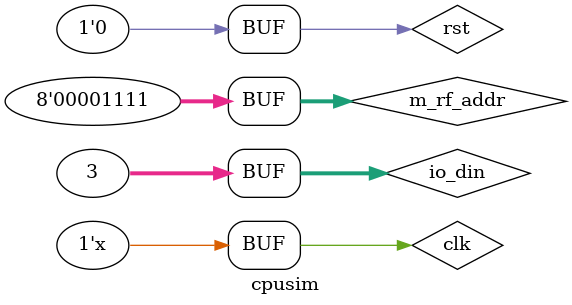
<source format=v>
`timescale 1ns / 1ps

module cpusim(

    );
    reg clk;
//    input clk,
    reg rst;
 //   input rst,//rst=1时进行复位

    //IO_BUS
    wire [7:0] io_addr;
//    output [7:0] io_addr, //led和seg的地址
    wire [31:0] io_dout; //
//    output [31:0] io_dout, //输出led和seg的数据
    wire io_we;
 //   output io_we, //输出led和seg数据时的使能信号
    reg [31:0] io_din;
//    input [31:0] io_din, //来自sw的输入数据

    //Debug_BUS
    reg [7:0] m_rf_addr;
//    input [7:0] m_rf_addr, //存储器(MEM)或寄存器堆(RF)的调试读口地址
    wire [31:0] rf_data;
//    output [31:0] rf_data, //从RF读取的数据
    wire [31:0] m_data;
//    output [31:0] m_data, //从MEM读取的数据

    //PC /IF/ID流水段寄存器
    wire [31:0] pc;
//    output reg [31:0] pc,
    wire [31:0] pcd;
//    output reg [31:0] pcd,
    wire [31:0] ir;
//    wire [31:0] ir_out;
//    output reg [31:0] ir,
//    output reg [31:0] pcin,

    // ID/EX流水段寄存器
    
    wire [31:0] pce;
    wire [31:0] a;
    wire [31:0] b;
    wire [31:0] imm;
    wire [4:0] rd;
    wire [31:0] ctrl;

    /*
    output reg [31:0] pce,
    output reg [31:0] a,
    output reg [31:0] b,
    output reg [31:0] imm,
    output reg [4:0] rd,
    output reg [31:0] ctrl,*/

    // EX/MEM流水段寄存器
    
    wire [31:0] y;//ALUout
    wire [31:0] bm;
    wire [31:0] b_sw;
    wire [4:0] rdm;
    wire [31:0] ctrlm;
    wire [31:0] pcm;//存储pc_offset或者pc,但只有pc_offset有用
    wire [31:0] imm_m;
    wire pcsrc;
    /*
    output reg [31:0] y,//ALUout
    output reg [31:0] bm,
    output reg [31:0] rdm,
    output reg [31:0] ctrlm,
    output reg [31:0] pcm,//存储pc_offset或者pc,但只有pc_offset有用
    output reg pcsrc,*/

    // MEM/WB流水段寄存器
    wire [31:0] yw;
    wire [31:0] mdr;
    wire [4:0] rdw;
    wire [31:0] ctrlw;
    wire [31:0] pcw;
    wire stall;
    wire [4:0] rs1_address,rs2_address;
    wire [31:0] a_in,b_in;
    wire we;
    wire [31:0] wd1;
    wire [1:0] forwardA,forwardB;
    /*
    output reg [31:0] yw,
    output reg [31:0] mdr,
    output reg [4:0] rdw,
    output reg [31:0] ctrlw
    */
    cpu_pl my_cpu(
        .clk(clk),
        .rst(rst),
        .io_addr(io_addr),
        .io_dout(io_dout),
        .io_we(io_we),
        .io_din(io_din),
        .m_rf_addr(m_rf_addr), 
        .rf_data(rf_data),
        .m_data(m_data),
        .pc(pc),
        .pcd(pcd),
        .ir(ir),
        .stall(stall),
        .a_in(a_in),
        .b_in(b_in),
        .pce(pce),
        .a(a),
        .b(b),
        .imm(imm),
        .rd(rd),
        .ctrl(ctrl),
        .rs1_address(rs1_address),
        .rs2_address(rs2_address),
        .y(y),
        .bm(bm),
        .rdm(rdm),
        .ctrlm(ctrlm),
        .pcm(pcm),
        .imm_m(imm_m),
        .pcsrc(pcsrc),
        .yw(yw),
        .mdr(mdr),
        .rdw(rdw),
        .ctrlw(ctrlw),
        .pcw(pcw),
        .we(we),
        .wd1(wd1),
        .forwardA(forwardA),
        .forwardB(forwardB)
    );
initial
begin
    io_din = 3;
    rst = 1; #50;
    rst = 0;
    
    m_rf_addr = 1; #100;
    m_rf_addr = 2; #100;
    
    m_rf_addr = 3; #50;
    m_rf_addr = 4; #50;
    m_rf_addr = 5; #50;
    m_rf_addr = 6; #50;
    m_rf_addr = 7; #50;
    m_rf_addr = 8; #50;
    m_rf_addr = 9; #100;
    m_rf_addr = 10; #100;
    m_rf_addr = 11; #100;
    m_rf_addr = 12; #100;
    m_rf_addr = 13; #100;
    m_rf_addr = 14; #100;
    m_rf_addr = 15; #100;
end
initial
    clk = 0;
always #5 clk = ~clk;


endmodule


</source>
